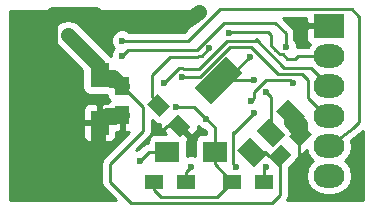
<source format=gbl>
G04 #@! TF.FileFunction,Copper,L2,Bot,Signal*
%FSLAX46Y46*%
G04 Gerber Fmt 4.6, Leading zero omitted, Abs format (unit mm)*
G04 Created by KiCad (PCBNEW 4.0.6) date 10/22/17 19:33:14*
%MOMM*%
%LPD*%
G01*
G04 APERTURE LIST*
%ADD10C,0.100000*%
%ADD11R,1.250000X1.500000*%
%ADD12R,2.600000X2.000000*%
%ADD13O,2.600000X2.000000*%
%ADD14R,1.500000X1.300000*%
%ADD15R,2.000000X1.700000*%
%ADD16R,1.600000X2.000000*%
%ADD17C,0.600000*%
%ADD18C,0.250000*%
%ADD19C,1.270000*%
%ADD20C,0.254000*%
G04 APERTURE END LIST*
D10*
G36*
X136441729Y-100408155D02*
X135557845Y-99524271D01*
X136618505Y-98463611D01*
X137502389Y-99347495D01*
X136441729Y-100408155D01*
X136441729Y-100408155D01*
G37*
G36*
X138209495Y-98640389D02*
X137325611Y-97756505D01*
X138386271Y-96695845D01*
X139270155Y-97579729D01*
X138209495Y-98640389D01*
X138209495Y-98640389D01*
G37*
D11*
X123190000Y-93492000D03*
X123190000Y-95992000D03*
D10*
G36*
X125270845Y-95039729D02*
X126154729Y-94155845D01*
X127215389Y-95216505D01*
X126331505Y-96100389D01*
X125270845Y-95039729D01*
X125270845Y-95039729D01*
G37*
G36*
X127038611Y-96807495D02*
X127922495Y-95923611D01*
X128983155Y-96984271D01*
X128099271Y-97868155D01*
X127038611Y-96807495D01*
X127038611Y-96807495D01*
G37*
D12*
X140716000Y-88392000D03*
D13*
X140716000Y-90932000D03*
X140716000Y-93472000D03*
X140716000Y-96012000D03*
X140716000Y-98552000D03*
X140716000Y-101092000D03*
D14*
X132508000Y-101600000D03*
X135208000Y-101600000D03*
X125904000Y-101600000D03*
X128604000Y-101600000D03*
D15*
X131032000Y-99060000D03*
X127032000Y-99060000D03*
D10*
G36*
X133427224Y-92386218D02*
X130740218Y-95073224D01*
X129326004Y-93659010D01*
X132013010Y-90972004D01*
X133427224Y-92386218D01*
X133427224Y-92386218D01*
G37*
G36*
X137068823Y-97654163D02*
X136008163Y-98714823D01*
X134593949Y-97300609D01*
X135654609Y-96239949D01*
X137068823Y-97654163D01*
X137068823Y-97654163D01*
G37*
G36*
X135442478Y-99280509D02*
X134381818Y-100341169D01*
X132967604Y-98926955D01*
X134028264Y-97866295D01*
X135442478Y-99280509D01*
X135442478Y-99280509D01*
G37*
G36*
X138695169Y-96027818D02*
X137634509Y-97088478D01*
X136220295Y-95674264D01*
X137280955Y-94613604D01*
X138695169Y-96027818D01*
X138695169Y-96027818D01*
G37*
D16*
X121285000Y-92615000D03*
X121285000Y-96615000D03*
D17*
X130556000Y-90297000D03*
X118618000Y-89154000D03*
X138176000Y-100330000D03*
X126492000Y-97409000D03*
X129667000Y-87249000D03*
X119380000Y-100076000D03*
X133985000Y-91059000D03*
X132207000Y-89027000D03*
X135382000Y-93980000D03*
X134366000Y-92964000D03*
X130302000Y-96266000D03*
X127762000Y-95250000D03*
X134366000Y-95758000D03*
X132842000Y-100330000D03*
X135382000Y-100330000D03*
X137668000Y-93218000D03*
X134112000Y-94742000D03*
X129032000Y-100330000D03*
X126746000Y-93218000D03*
X128270000Y-92710000D03*
X123190000Y-89662000D03*
X123190000Y-90932000D03*
X137033000Y-90170000D03*
X124714000Y-99822000D03*
D18*
X123190000Y-93492000D02*
X122162000Y-93492000D01*
X122162000Y-93492000D02*
X121285000Y-92615000D01*
X121285000Y-92615000D02*
X121285000Y-91821000D01*
X121285000Y-91821000D02*
X120396000Y-90932000D01*
X136530117Y-99435883D02*
X135630883Y-99435883D01*
X135298732Y-99103732D02*
X134205041Y-99103732D01*
X135630883Y-99435883D02*
X135298732Y-99103732D01*
X134537192Y-99435883D02*
X134205041Y-99103732D01*
X129667000Y-90932000D02*
X129921000Y-90932000D01*
X129540000Y-91059000D02*
X129667000Y-90932000D01*
X127254000Y-91059000D02*
X129540000Y-91059000D01*
X125730000Y-92583000D02*
X127254000Y-91059000D01*
X125730000Y-94477766D02*
X125730000Y-92583000D01*
X126243117Y-94990883D02*
X125730000Y-94477766D01*
X129921000Y-90932000D02*
X130556000Y-90297000D01*
X126243117Y-95128117D02*
X126243117Y-94990883D01*
X136530117Y-99435883D02*
X136011883Y-99435883D01*
X124968000Y-96774000D02*
X124968000Y-95270000D01*
X122174000Y-101600000D02*
X122174000Y-100076000D01*
X122174000Y-100076000D02*
X124968000Y-97282000D01*
X124968000Y-97282000D02*
X124968000Y-96774000D01*
X136530117Y-99435883D02*
X136530117Y-102737883D01*
X135890000Y-103378000D02*
X123952000Y-103378000D01*
X136530117Y-102737883D02*
X135890000Y-103378000D01*
X123952000Y-103378000D02*
X122174000Y-101600000D01*
X124968000Y-95270000D02*
X123190000Y-93492000D01*
X134537192Y-99435883D02*
X134205041Y-99103732D01*
D19*
X118618000Y-89154000D02*
X120396000Y-90932000D01*
X120396000Y-90932000D02*
X121158000Y-91694000D01*
X121158000Y-92742000D02*
X121158000Y-91694000D01*
X121158000Y-92742000D02*
X122440000Y-92742000D01*
X122440000Y-92742000D02*
X123190000Y-93492000D01*
D18*
X121285000Y-96615000D02*
X122567000Y-96615000D01*
X122567000Y-96615000D02*
X123190000Y-95992000D01*
X121285000Y-96615000D02*
X121285000Y-98171000D01*
X121285000Y-98171000D02*
X119380000Y-100076000D01*
D19*
X120904000Y-87376000D02*
X117348000Y-87376000D01*
X117348000Y-87376000D02*
X117094000Y-87630000D01*
X117094000Y-87630000D02*
X117094000Y-88138000D01*
D18*
X138176000Y-97790000D02*
X138176000Y-100330000D01*
X138176000Y-97790000D02*
X138297883Y-97668117D01*
X128010883Y-96895883D02*
X127005117Y-96895883D01*
X127005117Y-96895883D02*
X126492000Y-97409000D01*
D19*
X138297883Y-97668117D02*
X138297883Y-96691192D01*
X138297883Y-96691192D02*
X137457732Y-95851041D01*
X138176000Y-97282000D02*
X137457732Y-96563732D01*
X137457732Y-96563732D02*
X137457732Y-95851041D01*
X117094000Y-88138000D02*
X117094000Y-87630000D01*
X117094000Y-97790000D02*
X117094000Y-90424000D01*
X119380000Y-100076000D02*
X117094000Y-97790000D01*
X117094000Y-90424000D02*
X117094000Y-88138000D01*
X128778000Y-87884000D02*
X129667000Y-87249000D01*
X121412000Y-87884000D02*
X128778000Y-87884000D01*
X120904000Y-87376000D02*
X121412000Y-87884000D01*
X121158000Y-96742000D02*
X121158000Y-98298000D01*
X121158000Y-98298000D02*
X119380000Y-100076000D01*
X123190000Y-95992000D02*
X121908000Y-95992000D01*
X121908000Y-95992000D02*
X121158000Y-96742000D01*
D18*
X137795000Y-91186000D02*
X137160000Y-91186000D01*
X138049000Y-90932000D02*
X137795000Y-91186000D01*
X140716000Y-90932000D02*
X138049000Y-90932000D01*
X135763000Y-90043000D02*
X136144000Y-90424000D01*
X133985000Y-91059000D02*
X132021386Y-93022614D01*
X135763000Y-89154000D02*
X135763000Y-89789000D01*
X135509000Y-88900000D02*
X135763000Y-89154000D01*
X132334000Y-88900000D02*
X135509000Y-88900000D01*
X132207000Y-89027000D02*
X132334000Y-88900000D01*
X135763000Y-89789000D02*
X135763000Y-90043000D01*
X136525000Y-90805000D02*
X136144000Y-90424000D01*
X136779000Y-90805000D02*
X136525000Y-90805000D01*
X137160000Y-91186000D02*
X136779000Y-90805000D01*
X131376614Y-93022614D02*
X132021386Y-93022614D01*
X131376614Y-93022614D02*
X134307386Y-93022614D01*
X134307386Y-93022614D02*
X134366000Y-92964000D01*
X135831386Y-94429386D02*
X135831386Y-97477386D01*
X135382000Y-93980000D02*
X135831386Y-94429386D01*
X131032000Y-99060000D02*
X131032000Y-96996000D01*
X131032000Y-96996000D02*
X130302000Y-96266000D01*
X130302000Y-96266000D02*
X129286000Y-95250000D01*
X129286000Y-95250000D02*
X127762000Y-95250000D01*
X125904000Y-101600000D02*
X125904000Y-102282000D01*
X131238000Y-102870000D02*
X132508000Y-101600000D01*
X126492000Y-102870000D02*
X131238000Y-102870000D01*
X125904000Y-102282000D02*
X126492000Y-102870000D01*
X131032000Y-99060000D02*
X131032000Y-100124000D01*
X131032000Y-100124000D02*
X132508000Y-101600000D01*
X132842000Y-97282000D02*
X132588000Y-97536000D01*
X134366000Y-95758000D02*
X132842000Y-97282000D01*
X132588000Y-97536000D02*
X132588000Y-97409000D01*
X132842000Y-100330000D02*
X132588000Y-100076000D01*
X132588000Y-100076000D02*
X132588000Y-97409000D01*
X135208000Y-101600000D02*
X135208000Y-100504000D01*
X135208000Y-100504000D02*
X135382000Y-100330000D01*
X136398000Y-92964000D02*
X137414000Y-92964000D01*
X137414000Y-92964000D02*
X137668000Y-93218000D01*
X134366000Y-93980000D02*
X135382000Y-92964000D01*
X135382000Y-92964000D02*
X136398000Y-92964000D01*
X134366000Y-94488000D02*
X134366000Y-93980000D01*
X134112000Y-94742000D02*
X134366000Y-94488000D01*
X128604000Y-100758000D02*
X128604000Y-101600000D01*
X129032000Y-100330000D02*
X128604000Y-100758000D01*
X132080000Y-89662000D02*
X134620000Y-89662000D01*
X129667000Y-92075000D02*
X128397000Y-92075000D01*
X126746000Y-93218000D02*
X128016000Y-91948000D01*
X128016000Y-91948000D02*
X128270000Y-91948000D01*
X128397000Y-92075000D02*
X128270000Y-91948000D01*
X129667000Y-92075000D02*
X130683000Y-91059000D01*
X130683000Y-91059000D02*
X132080000Y-89662000D01*
X134493000Y-89662000D02*
X134493000Y-89535000D01*
X134620000Y-89662000D02*
X134493000Y-89662000D01*
X139192000Y-91948000D02*
X140716000Y-93472000D01*
X136906000Y-91948000D02*
X139192000Y-91948000D01*
X134493000Y-89535000D02*
X136906000Y-91948000D01*
X140716000Y-96012000D02*
X140462000Y-96012000D01*
X140462000Y-96012000D02*
X138938000Y-94488000D01*
X138430000Y-92456000D02*
X136652000Y-92456000D01*
X138938000Y-92964000D02*
X138430000Y-92456000D01*
X138938000Y-94488000D02*
X138938000Y-92964000D01*
X129540000Y-92710000D02*
X129794000Y-92710000D01*
X134112000Y-90170000D02*
X136398000Y-92456000D01*
X132334000Y-90170000D02*
X134112000Y-90170000D01*
X129794000Y-92710000D02*
X132334000Y-90170000D01*
X136398000Y-92456000D02*
X136652000Y-92456000D01*
X128270000Y-92710000D02*
X129540000Y-92710000D01*
X140716000Y-96012000D02*
X140208000Y-96012000D01*
X131445000Y-86995000D02*
X142621000Y-86995000D01*
X142621000Y-86995000D02*
X143256000Y-87630000D01*
X140716000Y-98552000D02*
X142748000Y-97028000D01*
X142748000Y-97028000D02*
X143256000Y-96520000D01*
X143256000Y-96520000D02*
X143256000Y-87630000D01*
X128778000Y-89662000D02*
X123190000Y-89662000D01*
X131445000Y-86995000D02*
X128778000Y-89662000D01*
X123190000Y-90932000D02*
X123698000Y-90424000D01*
X123698000Y-90424000D02*
X129540000Y-90424000D01*
X131826000Y-88138000D02*
X135890000Y-88138000D01*
X129540000Y-90424000D02*
X131826000Y-88138000D01*
X137033000Y-89027000D02*
X137033000Y-90170000D01*
X136144000Y-88138000D02*
X137033000Y-89027000D01*
X135890000Y-88138000D02*
X136144000Y-88138000D01*
X139954000Y-100330000D02*
X140716000Y-101092000D01*
X125476000Y-99060000D02*
X127032000Y-99060000D01*
X124714000Y-99822000D02*
X125476000Y-99060000D01*
D20*
G36*
X143562000Y-103157000D02*
X137146553Y-103157000D01*
X137232265Y-103028722D01*
X137290117Y-102737883D01*
X137290117Y-100475385D01*
X137960198Y-99805304D01*
X138095283Y-99607601D01*
X138149767Y-99356439D01*
X138134517Y-99275389D01*
X138335804Y-99275388D01*
X138569194Y-99178716D01*
X138818218Y-98929691D01*
X138867548Y-99177687D01*
X139221971Y-99708120D01*
X139392405Y-99822000D01*
X139221971Y-99935880D01*
X138867548Y-100466313D01*
X138743091Y-101092000D01*
X138867548Y-101717687D01*
X139221971Y-102248120D01*
X139752404Y-102602543D01*
X140378091Y-102727000D01*
X141053909Y-102727000D01*
X141679596Y-102602543D01*
X142210029Y-102248120D01*
X142564452Y-101717687D01*
X142688909Y-101092000D01*
X142564452Y-100466313D01*
X142210029Y-99935880D01*
X142039595Y-99822000D01*
X142210029Y-99708120D01*
X142564452Y-99177687D01*
X142688909Y-98552000D01*
X142597226Y-98091080D01*
X143204000Y-97636000D01*
X143240251Y-97595569D01*
X143285401Y-97565401D01*
X143562000Y-97288802D01*
X143562000Y-103157000D01*
X143562000Y-103157000D01*
G37*
X143562000Y-103157000D02*
X137146553Y-103157000D01*
X137232265Y-103028722D01*
X137290117Y-102737883D01*
X137290117Y-100475385D01*
X137960198Y-99805304D01*
X138095283Y-99607601D01*
X138149767Y-99356439D01*
X138134517Y-99275389D01*
X138335804Y-99275388D01*
X138569194Y-99178716D01*
X138818218Y-98929691D01*
X138867548Y-99177687D01*
X139221971Y-99708120D01*
X139392405Y-99822000D01*
X139221971Y-99935880D01*
X138867548Y-100466313D01*
X138743091Y-101092000D01*
X138867548Y-101717687D01*
X139221971Y-102248120D01*
X139752404Y-102602543D01*
X140378091Y-102727000D01*
X141053909Y-102727000D01*
X141679596Y-102602543D01*
X142210029Y-102248120D01*
X142564452Y-101717687D01*
X142688909Y-101092000D01*
X142564452Y-100466313D01*
X142210029Y-99935880D01*
X142039595Y-99822000D01*
X142210029Y-99708120D01*
X142564452Y-99177687D01*
X142688909Y-98552000D01*
X142597226Y-98091080D01*
X143204000Y-97636000D01*
X143240251Y-97595569D01*
X143285401Y-97565401D01*
X143562000Y-97288802D01*
X143562000Y-103157000D01*
G36*
X128463198Y-88902000D02*
X123752463Y-88902000D01*
X123720327Y-88869808D01*
X123376799Y-88727162D01*
X123004833Y-88726838D01*
X122661057Y-88868883D01*
X122397808Y-89131673D01*
X122255162Y-89475201D01*
X122254838Y-89847167D01*
X122396883Y-90190943D01*
X122502710Y-90296954D01*
X122397808Y-90401673D01*
X122255162Y-90745201D01*
X122254938Y-91001973D01*
X122184083Y-90987625D01*
X122056026Y-90795974D01*
X122056023Y-90795972D01*
X121294026Y-90033974D01*
X121294023Y-90033972D01*
X119516026Y-88255974D01*
X119104008Y-87980673D01*
X118618000Y-87883999D01*
X118131992Y-87980673D01*
X117719974Y-88255974D01*
X117444673Y-88667992D01*
X117347999Y-89154000D01*
X117444673Y-89640008D01*
X117719974Y-90052026D01*
X119497972Y-91830023D01*
X119497974Y-91830026D01*
X119837560Y-92169612D01*
X119837560Y-93615000D01*
X119881838Y-93850317D01*
X120020910Y-94066441D01*
X120233110Y-94211431D01*
X120485000Y-94262440D01*
X121921406Y-94262440D01*
X121961838Y-94477317D01*
X122100910Y-94693441D01*
X122169006Y-94739969D01*
X122026673Y-94882302D01*
X121986205Y-94980000D01*
X121570750Y-94980000D01*
X121412000Y-95138750D01*
X121412000Y-96488000D01*
X121432000Y-96488000D01*
X121432000Y-96742000D01*
X121412000Y-96742000D01*
X121412000Y-98091250D01*
X121570750Y-98250000D01*
X122211310Y-98250000D01*
X122444699Y-98153327D01*
X122623327Y-97974698D01*
X122720000Y-97741309D01*
X122720000Y-97377000D01*
X122904250Y-97377000D01*
X123063000Y-97218250D01*
X123063000Y-96119000D01*
X123043000Y-96119000D01*
X123043000Y-95865000D01*
X123063000Y-95865000D01*
X123063000Y-95845000D01*
X123317000Y-95845000D01*
X123317000Y-95865000D01*
X123337000Y-95865000D01*
X123337000Y-96119000D01*
X123317000Y-96119000D01*
X123317000Y-97218250D01*
X123475750Y-97377000D01*
X123798198Y-97377000D01*
X121636599Y-99538599D01*
X121471852Y-99785161D01*
X121414000Y-100076000D01*
X121414000Y-101600000D01*
X121471852Y-101890839D01*
X121636599Y-102137401D01*
X122656198Y-103157000D01*
X113740000Y-103157000D01*
X113740000Y-96900750D01*
X119850000Y-96900750D01*
X119850000Y-97741309D01*
X119946673Y-97974698D01*
X120125301Y-98153327D01*
X120358690Y-98250000D01*
X120999250Y-98250000D01*
X121158000Y-98091250D01*
X121158000Y-96742000D01*
X120008750Y-96742000D01*
X119850000Y-96900750D01*
X113740000Y-96900750D01*
X113740000Y-95488691D01*
X119850000Y-95488691D01*
X119850000Y-96329250D01*
X120008750Y-96488000D01*
X121158000Y-96488000D01*
X121158000Y-95138750D01*
X120999250Y-94980000D01*
X120358690Y-94980000D01*
X120125301Y-95076673D01*
X119946673Y-95255302D01*
X119850000Y-95488691D01*
X113740000Y-95488691D01*
X113740000Y-87197000D01*
X130168198Y-87197000D01*
X128463198Y-88902000D01*
X128463198Y-88902000D01*
G37*
X128463198Y-88902000D02*
X123752463Y-88902000D01*
X123720327Y-88869808D01*
X123376799Y-88727162D01*
X123004833Y-88726838D01*
X122661057Y-88868883D01*
X122397808Y-89131673D01*
X122255162Y-89475201D01*
X122254838Y-89847167D01*
X122396883Y-90190943D01*
X122502710Y-90296954D01*
X122397808Y-90401673D01*
X122255162Y-90745201D01*
X122254938Y-91001973D01*
X122184083Y-90987625D01*
X122056026Y-90795974D01*
X122056023Y-90795972D01*
X121294026Y-90033974D01*
X121294023Y-90033972D01*
X119516026Y-88255974D01*
X119104008Y-87980673D01*
X118618000Y-87883999D01*
X118131992Y-87980673D01*
X117719974Y-88255974D01*
X117444673Y-88667992D01*
X117347999Y-89154000D01*
X117444673Y-89640008D01*
X117719974Y-90052026D01*
X119497972Y-91830023D01*
X119497974Y-91830026D01*
X119837560Y-92169612D01*
X119837560Y-93615000D01*
X119881838Y-93850317D01*
X120020910Y-94066441D01*
X120233110Y-94211431D01*
X120485000Y-94262440D01*
X121921406Y-94262440D01*
X121961838Y-94477317D01*
X122100910Y-94693441D01*
X122169006Y-94739969D01*
X122026673Y-94882302D01*
X121986205Y-94980000D01*
X121570750Y-94980000D01*
X121412000Y-95138750D01*
X121412000Y-96488000D01*
X121432000Y-96488000D01*
X121432000Y-96742000D01*
X121412000Y-96742000D01*
X121412000Y-98091250D01*
X121570750Y-98250000D01*
X122211310Y-98250000D01*
X122444699Y-98153327D01*
X122623327Y-97974698D01*
X122720000Y-97741309D01*
X122720000Y-97377000D01*
X122904250Y-97377000D01*
X123063000Y-97218250D01*
X123063000Y-96119000D01*
X123043000Y-96119000D01*
X123043000Y-95865000D01*
X123063000Y-95865000D01*
X123063000Y-95845000D01*
X123317000Y-95845000D01*
X123317000Y-95865000D01*
X123337000Y-95865000D01*
X123337000Y-96119000D01*
X123317000Y-96119000D01*
X123317000Y-97218250D01*
X123475750Y-97377000D01*
X123798198Y-97377000D01*
X121636599Y-99538599D01*
X121471852Y-99785161D01*
X121414000Y-100076000D01*
X121414000Y-101600000D01*
X121471852Y-101890839D01*
X121636599Y-102137401D01*
X122656198Y-103157000D01*
X113740000Y-103157000D01*
X113740000Y-96900750D01*
X119850000Y-96900750D01*
X119850000Y-97741309D01*
X119946673Y-97974698D01*
X120125301Y-98153327D01*
X120358690Y-98250000D01*
X120999250Y-98250000D01*
X121158000Y-98091250D01*
X121158000Y-96742000D01*
X120008750Y-96742000D01*
X119850000Y-96900750D01*
X113740000Y-96900750D01*
X113740000Y-95488691D01*
X119850000Y-95488691D01*
X119850000Y-96329250D01*
X120008750Y-96488000D01*
X121158000Y-96488000D01*
X121158000Y-95138750D01*
X120999250Y-94980000D01*
X120358690Y-94980000D01*
X120125301Y-95076673D01*
X119946673Y-95255302D01*
X119850000Y-95488691D01*
X113740000Y-95488691D01*
X113740000Y-87197000D01*
X130168198Y-87197000D01*
X128463198Y-88902000D01*
G36*
X128204631Y-96881741D02*
X128190488Y-96895883D01*
X128967775Y-97673170D01*
X129192282Y-97673170D01*
X129342854Y-97522598D01*
X129521482Y-97343969D01*
X129618155Y-97110580D01*
X129618154Y-96904405D01*
X129771673Y-97058192D01*
X130115201Y-97200838D01*
X130162077Y-97200879D01*
X130272000Y-97310802D01*
X130272000Y-97562560D01*
X130032000Y-97562560D01*
X129796683Y-97606838D01*
X129580559Y-97745910D01*
X129435569Y-97958110D01*
X129384560Y-98210000D01*
X129384560Y-99463992D01*
X129218799Y-99395162D01*
X128846833Y-99394838D01*
X128679440Y-99464003D01*
X128679440Y-98210000D01*
X128675641Y-98189811D01*
X128788170Y-98077282D01*
X128788170Y-97852775D01*
X128010883Y-97075488D01*
X127996741Y-97089631D01*
X127817136Y-96910026D01*
X127831278Y-96895883D01*
X127817136Y-96881741D01*
X127996741Y-96702136D01*
X128010883Y-96716278D01*
X128025026Y-96702136D01*
X128204631Y-96881741D01*
X128204631Y-96881741D01*
G37*
X128204631Y-96881741D02*
X128190488Y-96895883D01*
X128967775Y-97673170D01*
X129192282Y-97673170D01*
X129342854Y-97522598D01*
X129521482Y-97343969D01*
X129618155Y-97110580D01*
X129618154Y-96904405D01*
X129771673Y-97058192D01*
X130115201Y-97200838D01*
X130162077Y-97200879D01*
X130272000Y-97310802D01*
X130272000Y-97562560D01*
X130032000Y-97562560D01*
X129796683Y-97606838D01*
X129580559Y-97745910D01*
X129435569Y-97958110D01*
X129384560Y-98210000D01*
X129384560Y-99463992D01*
X129218799Y-99395162D01*
X128846833Y-99394838D01*
X128679440Y-99464003D01*
X128679440Y-98210000D01*
X128675641Y-98189811D01*
X128788170Y-98077282D01*
X128788170Y-97852775D01*
X128010883Y-97075488D01*
X127996741Y-97089631D01*
X127817136Y-96910026D01*
X127831278Y-96895883D01*
X127817136Y-96881741D01*
X127996741Y-96702136D01*
X128010883Y-96716278D01*
X128025026Y-96702136D01*
X128204631Y-96881741D01*
G36*
X125873696Y-96558198D02*
X126071399Y-96693283D01*
X126322561Y-96747767D01*
X126403611Y-96732517D01*
X126403612Y-96933804D01*
X126500284Y-97167194D01*
X126895651Y-97562560D01*
X126032000Y-97562560D01*
X125796683Y-97606838D01*
X125580559Y-97745910D01*
X125435569Y-97958110D01*
X125384560Y-98210000D01*
X125384560Y-98318189D01*
X125185161Y-98357852D01*
X124938599Y-98522599D01*
X124574320Y-98886878D01*
X124528833Y-98886838D01*
X124373980Y-98950822D01*
X125505401Y-97819401D01*
X125670148Y-97572839D01*
X125728000Y-97282000D01*
X125728000Y-96412502D01*
X125873696Y-96558198D01*
X125873696Y-96558198D01*
G37*
X125873696Y-96558198D02*
X126071399Y-96693283D01*
X126322561Y-96747767D01*
X126403611Y-96732517D01*
X126403612Y-96933804D01*
X126500284Y-97167194D01*
X126895651Y-97562560D01*
X126032000Y-97562560D01*
X125796683Y-97606838D01*
X125580559Y-97745910D01*
X125435569Y-97958110D01*
X125384560Y-98210000D01*
X125384560Y-98318189D01*
X125185161Y-98357852D01*
X124938599Y-98522599D01*
X124574320Y-98886878D01*
X124528833Y-98886838D01*
X124373980Y-98950822D01*
X125505401Y-97819401D01*
X125670148Y-97572839D01*
X125728000Y-97282000D01*
X125728000Y-96412502D01*
X125873696Y-96558198D01*
G36*
X138491631Y-97653975D02*
X138477488Y-97668117D01*
X138491631Y-97682260D01*
X138312026Y-97861865D01*
X138297883Y-97847722D01*
X138283741Y-97861865D01*
X138104136Y-97682260D01*
X138118278Y-97668117D01*
X138104136Y-97653975D01*
X138283741Y-97474370D01*
X138297883Y-97488512D01*
X138312026Y-97474370D01*
X138491631Y-97653975D01*
X138491631Y-97653975D01*
G37*
X138491631Y-97653975D02*
X138477488Y-97668117D01*
X138491631Y-97682260D01*
X138312026Y-97861865D01*
X138297883Y-97847722D01*
X138283741Y-97861865D01*
X138104136Y-97682260D01*
X138118278Y-97668117D01*
X138104136Y-97653975D01*
X138283741Y-97474370D01*
X138297883Y-97488512D01*
X138312026Y-97474370D01*
X138491631Y-97653975D01*
G36*
X137651480Y-95836899D02*
X137637337Y-95851041D01*
X137651480Y-95865184D01*
X137471875Y-96044789D01*
X137457732Y-96030646D01*
X137443590Y-96044789D01*
X137263985Y-95865184D01*
X137278127Y-95851041D01*
X137263985Y-95836899D01*
X137443590Y-95657294D01*
X137457732Y-95671436D01*
X137471875Y-95657294D01*
X137651480Y-95836899D01*
X137651480Y-95836899D01*
G37*
X137651480Y-95836899D02*
X137637337Y-95851041D01*
X137651480Y-95865184D01*
X137471875Y-96044789D01*
X137457732Y-96030646D01*
X137443590Y-96044789D01*
X137263985Y-95865184D01*
X137278127Y-95851041D01*
X137263985Y-95836899D01*
X137443590Y-95657294D01*
X137457732Y-95671436D01*
X137471875Y-95657294D01*
X137651480Y-95836899D01*
G36*
X138781000Y-88106250D02*
X138939750Y-88265000D01*
X140589000Y-88265000D01*
X140589000Y-88245000D01*
X140843000Y-88245000D01*
X140843000Y-88265000D01*
X140863000Y-88265000D01*
X140863000Y-88519000D01*
X140843000Y-88519000D01*
X140843000Y-88539000D01*
X140589000Y-88539000D01*
X140589000Y-88519000D01*
X138939750Y-88519000D01*
X138781000Y-88677750D01*
X138781000Y-89518309D01*
X138877673Y-89751698D01*
X139056301Y-89930327D01*
X139105231Y-89950594D01*
X138957293Y-90172000D01*
X138049000Y-90172000D01*
X137967985Y-90188115D01*
X137968162Y-89984833D01*
X137826117Y-89641057D01*
X137793000Y-89607882D01*
X137793000Y-89027000D01*
X137735148Y-88736161D01*
X137570401Y-88489599D01*
X136835802Y-87755000D01*
X138781000Y-87755000D01*
X138781000Y-88106250D01*
X138781000Y-88106250D01*
G37*
X138781000Y-88106250D02*
X138939750Y-88265000D01*
X140589000Y-88265000D01*
X140589000Y-88245000D01*
X140843000Y-88245000D01*
X140843000Y-88265000D01*
X140863000Y-88265000D01*
X140863000Y-88519000D01*
X140843000Y-88519000D01*
X140843000Y-88539000D01*
X140589000Y-88539000D01*
X140589000Y-88519000D01*
X138939750Y-88519000D01*
X138781000Y-88677750D01*
X138781000Y-89518309D01*
X138877673Y-89751698D01*
X139056301Y-89930327D01*
X139105231Y-89950594D01*
X138957293Y-90172000D01*
X138049000Y-90172000D01*
X137967985Y-90188115D01*
X137968162Y-89984833D01*
X137826117Y-89641057D01*
X137793000Y-89607882D01*
X137793000Y-89027000D01*
X137735148Y-88736161D01*
X137570401Y-88489599D01*
X136835802Y-87755000D01*
X138781000Y-87755000D01*
X138781000Y-88106250D01*
M02*

</source>
